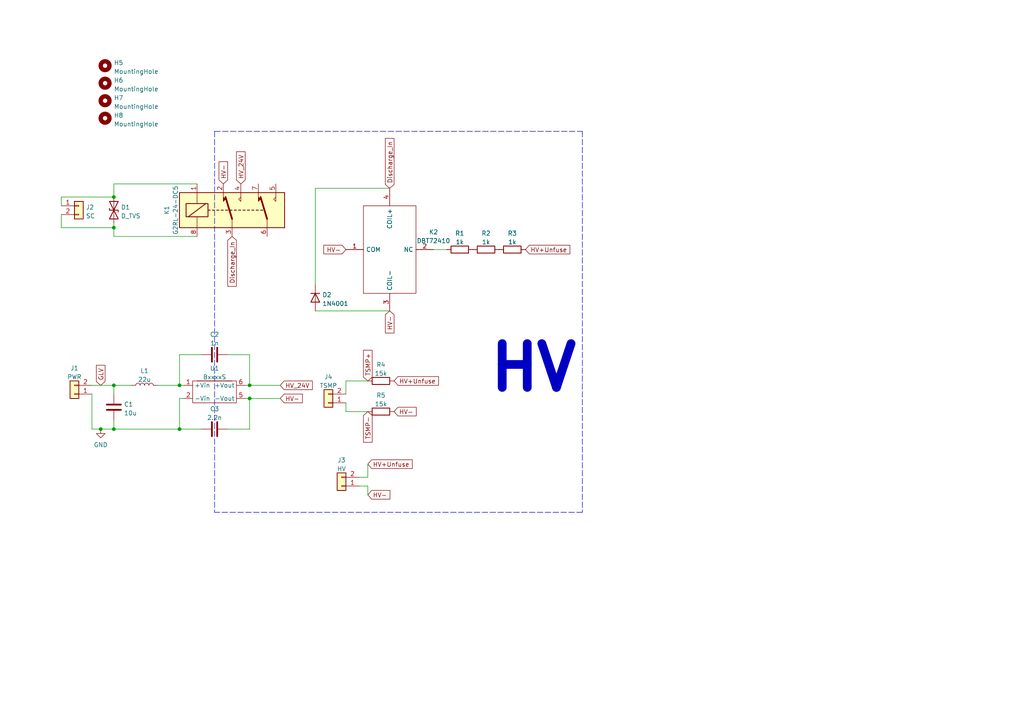
<source format=kicad_sch>
(kicad_sch (version 20211123) (generator eeschema)
  (paper "A4")
  (lib_symbols
    (symbol "Connector_Generic:Conn_01x02" (pin_names (offset 1.016) hide)
      (property "Reference" "J" (at 0 2.54 0))
      (property "Value" "Conn_01x02" (at 0 -5.08 0))
      (symbol "Conn_01x02_1_1"
        (rectangle (start -1.27 -2.413) (end 0 -2.667) (stroke (width 0.1524)))
        (rectangle (start -1.27 0.127) (end 0 -0.127) (stroke (width 0.1524)))
        (rectangle (start -1.27 1.27) (end 1.27 -3.81) (stroke (width 0.254)) (fill (type background)))
        (pin passive line (at -5.08 0 0) (length 3.81) (name "Pin_1") (number "1"))
        (pin passive line (at -5.08 -2.54 0) (length 3.81) (name "Pin_2") (number "2"))
      )
    )
    (symbol "Device:C" (pin_numbers hide) (pin_names (offset 0.254))
      (property "Reference" "C" (at 0.635 2.54 0))
      (property "Value" "C" (at 0.635 -2.54 0))
      (symbol "C_0_1"
        (polyline (pts (xy -2.032 -0.762) (xy 2.032 -0.762)) (stroke (width 0.508)))
        (polyline (pts (xy -2.032 0.762) (xy 2.032 0.762)) (stroke (width 0.508)))
      )
      (symbol "C_1_1"
        (pin passive line (at 0 3.81 270) (length 2.794) (name "~") (number "1"))
        (pin passive line (at 0 -3.81 90) (length 2.794) (name "~") (number "2"))
      )
    )
    (symbol "Device:D_TVS" (pin_numbers hide) (pin_names (offset 1.016) hide)
      (property "Reference" "D" (at 0 2.54 0))
      (property "Value" "D_TVS" (at 0 -2.54 0))
      (symbol "D_TVS_0_1"
        (polyline (pts (xy 1.27 0) (xy -1.27 0)))
        (polyline (pts (xy 0.508 1.27) (xy 0 1.27) (xy 0 -1.27) (xy -0.508 -1.27)) (stroke (width 0.254)))
        (polyline (pts (xy -2.54 1.27) (xy -2.54 -1.27) (xy 2.54 1.27) (xy 2.54 -1.27) (xy -2.54 1.27)) (stroke (width 0.254)))
      )
      (symbol "D_TVS_1_1"
        (pin passive line (at -3.81 0 0) (length 2.54) (name "A1") (number "1"))
        (pin passive line (at 3.81 0 180) (length 2.54) (name "A2") (number "2"))
      )
    )
    (symbol "Device:L" (pin_numbers hide) (pin_names (offset 1.016) hide)
      (property "Reference" "L" (at -1.27 0 90))
      (property "Value" "L" (at 1.905 0 90))
      (symbol "L_0_1"
        (arc (start 0 -2.54) (mid 0.635 -1.905) (end 0 -1.27))
        (arc (start 0 -1.27) (mid 0.635 -0.635) (end 0 0))
        (arc (start 0 0) (mid 0.635 0.635) (end 0 1.27))
        (arc (start 0 1.27) (mid 0.635 1.905) (end 0 2.54))
      )
      (symbol "L_1_1"
        (pin passive line (at 0 3.81 270) (length 1.27) (name "1") (number "1"))
        (pin passive line (at 0 -3.81 90) (length 1.27) (name "2") (number "2"))
      )
    )
    (symbol "Device:R" (pin_numbers hide) (pin_names (offset 0))
      (property "Reference" "R" (at 2.032 0 90))
      (property "Value" "R" (at 0 0 90))
      (symbol "R_0_1"
        (rectangle (start -1.016 -2.54) (end 1.016 2.54) (stroke (width 0.254)))
      )
      (symbol "R_1_1"
        (pin passive line (at 0 3.81 270) (length 1.27) (name "~") (number "1"))
        (pin passive line (at 0 -3.81 90) (length 1.27) (name "~") (number "2"))
      )
    )
    (symbol "Diode:1N4001" (pin_numbers hide) (pin_names (offset 1.016) hide)
      (property "Reference" "D" (at 0 2.54 0))
      (property "Value" "1N4001" (at 0 -2.54 0))
      (symbol "1N4001_0_1"
        (polyline (pts (xy -1.27 1.27) (xy -1.27 -1.27)) (stroke (width 0.254)))
        (polyline (pts (xy 1.27 0) (xy -1.27 0)))
        (polyline (pts (xy 1.27 1.27) (xy 1.27 -1.27) (xy -1.27 0) (xy 1.27 1.27)) (stroke (width 0.254)))
      )
      (symbol "1N4001_1_1"
        (pin passive line (at -3.81 0 0) (length 2.54) (name "K") (number "1"))
        (pin passive line (at 3.81 0 180) (length 2.54) (name "A") (number "2"))
      )
    )
    (symbol "Mechanical:MountingHole" (pin_names (offset 1.016))
      (property "Reference" "H" (at 0 5.08 0))
      (property "Value" "MountingHole" (at 0 3.175 0))
      (symbol "MountingHole_0_1"
        (circle (center 0 0) (radius 1.27) (stroke (width 1.27)))
      )
    )
    (symbol "Relay:G2RL-24-DC5"
      (property "Reference" "RL" (at 16.51 3.81 0))
      (property "Value" "G2RL-24-DC5" (at 16.51 1.27 0))
      (symbol "G2RL-24-DC5_0_1"
        (rectangle (start -15.24 5.08) (end 15.24 -5.08) (stroke (width 0.254)) (fill (type background)))
        (rectangle (start -13.335 1.905) (end -6.985 -1.905) (stroke (width 0.254)))
        (polyline (pts (xy -12.7 -1.905) (xy -7.62 1.905)) (stroke (width 0.254)))
        (polyline (pts (xy -10.16 -5.08) (xy -10.16 -1.905)))
        (polyline (pts (xy -10.16 5.08) (xy -10.16 1.905)))
        (polyline (pts (xy -6.985 0) (xy -6.35 0)) (stroke (width 0.254)))
        (polyline (pts (xy -5.715 0) (xy -5.08 0)) (stroke (width 0.254)))
        (polyline (pts (xy -4.445 0) (xy -3.81 0)) (stroke (width 0.254)))
        (polyline (pts (xy -3.175 0) (xy -2.54 0)) (stroke (width 0.254)))
        (polyline (pts (xy -1.905 0) (xy -1.27 0)) (stroke (width 0.254)))
        (polyline (pts (xy -0.635 0) (xy 0 0)) (stroke (width 0.254)))
        (polyline (pts (xy 0 -2.54) (xy -1.905 3.81)) (stroke (width 0.508)))
        (polyline (pts (xy 0 -2.54) (xy 0 -5.08)))
        (polyline (pts (xy 0.635 0) (xy 1.27 0)) (stroke (width 0.254)))
        (polyline (pts (xy 1.905 0) (xy 2.54 0)) (stroke (width 0.254)))
        (polyline (pts (xy 3.175 0) (xy 3.81 0)) (stroke (width 0.254)))
        (polyline (pts (xy 4.445 0) (xy 5.08 0)) (stroke (width 0.254)))
        (polyline (pts (xy 5.715 0) (xy 6.35 0)) (stroke (width 0.254)))
        (polyline (pts (xy 6.985 0) (xy 7.62 0)) (stroke (width 0.254)))
        (polyline (pts (xy 8.255 0) (xy 8.89 0)) (stroke (width 0.254)))
        (polyline (pts (xy 10.16 -2.54) (xy 8.255 3.81)) (stroke (width 0.508)))
        (polyline (pts (xy 10.16 -2.54) (xy 10.16 -5.08)))
        (polyline (pts (xy -2.54 5.08) (xy -2.54 2.54) (xy -1.905 3.175) (xy -2.54 3.81)) (fill (type outline)))
        (polyline (pts (xy 2.54 5.08) (xy 2.54 2.54) (xy 1.905 3.175) (xy 2.54 3.81)))
        (polyline (pts (xy 7.62 5.08) (xy 7.62 2.54) (xy 8.255 3.175) (xy 7.62 3.81)) (fill (type outline)))
        (polyline (pts (xy 12.7 5.08) (xy 12.7 2.54) (xy 12.065 3.175) (xy 12.7 3.81)))
      )
      (symbol "G2RL-24-DC5_1_1"
        (pin passive line (at -10.16 7.62 270) (length 2.54) (name "~") (number "1"))
        (pin passive line (at -2.54 7.62 270) (length 2.54) (name "~") (number "2"))
        (pin passive line (at 0 -7.62 90) (length 2.54) (name "~") (number "3"))
        (pin passive line (at 2.54 7.62 270) (length 2.54) (name "~") (number "4"))
        (pin passive line (at 12.7 7.62 270) (length 2.54) (name "~") (number "5"))
        (pin passive line (at 10.16 -7.62 90) (length 2.54) (name "~") (number "6"))
        (pin passive line (at 7.62 7.62 270) (length 2.54) (name "~") (number "7"))
        (pin passive line (at -10.16 -7.62 90) (length 2.54) (name "~") (number "8"))
      )
    )
    (symbol "SamacSys_Parts:DBT72410" (pin_names (offset 0.762))
      (property "Reference" "K2" (at 25.4 5.08 0))
      (property "Value" "DBT72410" (at 25.4 2.54 0))
      (symbol "DBT72410_0_0"
        (pin passive line (at 0 0 0) (length 5.08) (name "COM") (number "1"))
        (pin passive line (at 25.4 0 180) (length 5.08) (name "NC") (number "2"))
        (pin passive line (at 12.7 -17.78 90) (length 5.08) (name "COIL-") (number "3"))
        (pin passive line (at 12.7 17.78 270) (length 5.08) (name "COIL+") (number "4"))
      )
      (symbol "DBT72410_0_1"
        (polyline (pts (xy 5.08 12.7) (xy 20.32 12.7) (xy 20.32 -12.7) (xy 5.08 -12.7) (xy 5.08 12.7)) (stroke (width 0.1524)))
      )
    )
    (symbol "User:BxxxxS"
      (property "Reference" "U" (at 0 3.81 0))
      (property "Value" "BxxxxS" (at 0 -5.08 0))
      (symbol "BxxxxS_0_1"
        (rectangle (start -6.35 2.54) (end 6.35 -3.81) (stroke (width 0.1524)))
        (rectangle (start -5.08 2.54) (end 5.08 2.54) (stroke (width 0.1524)))
      )
      (symbol "BxxxxS_1_1"
        (pin power_in line (at -8.89 1.27 0) (length 2.54) (name "+Vin") (number "1"))
        (pin power_in line (at -8.89 -2.54 0) (length 2.54) (name "-Vin") (number "2"))
        (pin power_out line (at 8.89 -2.54 180) (length 2.54) (name "-Vout") (number "5"))
        (pin power_out line (at 8.89 1.27 180) (length 2.54) (name "+Vout") (number "6"))
      )
    )
    (symbol "power:GND" (power) (pin_names (offset 0))
      (property "Value" "GND" (at 0 -3.81 0))
      (symbol "GND_0_1"
        (polyline (pts (xy 0 0) (xy 0 -1.27) (xy 1.27 -1.27) (xy 0 -2.54) (xy -1.27 -1.27) (xy 0 -1.27)))
      )
      (symbol "GND_1_1"
        (pin power_in line (at 0 0 270) (length 0) hide (name "GND") (number "1"))
      )
    )
  )
  (junction (at 52.07 111.76))
  (junction (at 72.39 115.57))
  (junction (at 33.02 66.04))
  (junction (at 52.07 124.46))
  (junction (at 33.02 124.46))
  (junction (at 33.02 57.15))
  (junction (at 72.39 111.76))
  (junction (at 29.21 124.46))
  (junction (at 33.02 111.76))
  (wire (pts (xy 106.68 138.43) (xy 104.14 138.43)))
  (wire (pts (xy 66.04 124.46) (xy 72.39 124.46)))
  (polyline (pts (xy 168.91 148.59) (xy 62.23 148.59)))
  (wire (pts (xy 33.02 53.34) (xy 33.02 57.15)))
  (wire (pts (xy 53.34 115.57) (xy 52.07 115.57)))
  (wire (pts (xy 17.78 57.15) (xy 33.02 57.15)))
  (wire (pts (xy 91.44 54.61) (xy 113.03 54.61)))
  (wire (pts (xy 72.39 102.87) (xy 72.39 111.76)))
  (wire (pts (xy 17.78 66.04) (xy 17.78 62.23)))
  (wire (pts (xy 52.07 111.76) (xy 53.34 111.76)))
  (wire (pts (xy 57.15 53.34) (xy 33.02 53.34)))
  (wire (pts (xy 72.39 115.57) (xy 71.12 115.57)))
  (wire (pts (xy 17.78 59.69) (xy 17.78 57.15)))
  (wire (pts (xy 26.67 111.76) (xy 33.02 111.76)))
  (wire (pts (xy 33.02 111.76) (xy 38.1 111.76)))
  (wire (pts (xy 91.44 82.55) (xy 91.44 54.61)))
  (polyline (pts (xy 62.23 38.1) (xy 168.91 38.1)))
  (wire (pts (xy 91.44 90.17) (xy 113.03 90.17)))
  (polyline (pts (xy 62.23 38.1) (xy 62.23 148.59)))
  (wire (pts (xy 52.07 115.57) (xy 52.07 124.46)))
  (wire (pts (xy 58.42 102.87) (xy 52.07 102.87)))
  (wire (pts (xy 129.54 72.39) (xy 125.73 72.39)))
  (wire (pts (xy 33.02 124.46) (xy 52.07 124.46)))
  (wire (pts (xy 29.21 124.46) (xy 26.67 124.46)))
  (wire (pts (xy 33.02 66.04) (xy 17.78 66.04)))
  (polyline (pts (xy 168.91 38.1) (xy 168.91 148.59)))
  (wire (pts (xy 58.42 124.46) (xy 52.07 124.46)))
  (wire (pts (xy 106.68 134.62) (xy 106.68 138.43)))
  (wire (pts (xy 100.33 110.49) (xy 100.33 114.3)))
  (wire (pts (xy 29.21 124.46) (xy 33.02 124.46)))
  (wire (pts (xy 33.02 114.3) (xy 33.02 111.76)))
  (wire (pts (xy 106.68 143.51) (xy 106.68 140.97)))
  (wire (pts (xy 100.33 110.49) (xy 106.68 110.49)))
  (wire (pts (xy 33.02 64.77) (xy 33.02 66.04)))
  (wire (pts (xy 66.04 102.87) (xy 72.39 102.87)))
  (wire (pts (xy 104.14 140.97) (xy 106.68 140.97)))
  (wire (pts (xy 81.28 115.57) (xy 72.39 115.57)))
  (wire (pts (xy 72.39 111.76) (xy 71.12 111.76)))
  (wire (pts (xy 33.02 68.58) (xy 33.02 66.04)))
  (wire (pts (xy 81.28 111.76) (xy 72.39 111.76)))
  (wire (pts (xy 26.67 124.46) (xy 26.67 114.3)))
  (wire (pts (xy 52.07 102.87) (xy 52.07 111.76)))
  (wire (pts (xy 45.72 111.76) (xy 52.07 111.76)))
  (wire (pts (xy 33.02 124.46) (xy 33.02 121.92)))
  (wire (pts (xy 100.33 116.84) (xy 100.33 119.38)))
  (wire (pts (xy 100.33 119.38) (xy 106.68 119.38)))
  (wire (pts (xy 57.15 68.58) (xy 33.02 68.58)))
  (wire (pts (xy 72.39 124.46) (xy 72.39 115.57)))
  (text "HV" (at 140.97 114.3 0) (effects (font (size 12.7 12.7) (thickness 2.54) bold) (justify left bottom)))
  (global_label "Discharge_In" (shape input) (at 67.31 68.58 270) (property "Intersheet References" "${INTERSHEET_REFS}" (effects hide)))
  (global_label "HV-" (shape input) (at 114.3 119.38 0) (property "Intersheet References" "${INTERSHEET_REFS}" (effects hide)))
  (global_label "HV-" (shape input) (at 81.28 115.57 0) (property "Intersheet References" "${INTERSHEET_REFS}" (effects hide)))
  (global_label "Discharge_In" (shape input) (at 113.03 54.61 90) (property "Intersheet References" "${INTERSHEET_REFS}" (effects hide)))
  (global_label "HV_24V" (shape input) (at 69.85 53.34 90) (property "Intersheet References" "${INTERSHEET_REFS}" (effects hide)))
  (global_label "HV-" (shape input) (at 113.03 90.17 270) (property "Intersheet References" "${INTERSHEET_REFS}" (effects hide)))
  (global_label "HV+Unfuse" (shape input) (at 152.4 72.39 0) (property "Intersheet References" "${INTERSHEET_REFS}" (effects hide)))
  (global_label "HV-" (shape input) (at 106.68 143.51 0) (property "Intersheet References" "${INTERSHEET_REFS}" (effects hide)))
  (global_label "HV_24V" (shape input) (at 81.28 111.76 0) (property "Intersheet References" "${INTERSHEET_REFS}" (effects hide)))
  (global_label "HV-" (shape input) (at 100.33 72.39 180) (property "Intersheet References" "${INTERSHEET_REFS}" (effects hide)))
  (global_label "GLV" (shape input) (at 29.21 111.76 90) (property "Intersheet References" "${INTERSHEET_REFS}" (effects hide)))
  (global_label "TSMP-" (shape input) (at 106.68 119.38 270) (property "Intersheet References" "${INTERSHEET_REFS}" (effects hide)))
  (global_label "HV+Unfuse" (shape input) (at 106.68 134.62 0) (property "Intersheet References" "${INTERSHEET_REFS}" (effects hide)))
  (global_label "HV+Unfuse" (shape input) (at 114.3 110.49 0) (property "Intersheet References" "${INTERSHEET_REFS}" (effects hide)))
  (global_label "TSMP+" (shape input) (at 106.68 110.49 90) (property "Intersheet References" "${INTERSHEET_REFS}" (effects hide)))
  (global_label "HV-" (shape input) (at 64.77 53.34 90) (property "Intersheet References" "${INTERSHEET_REFS}" (effects hide)))
  (symbol (lib_id "Device:R") (at 140.97 72.39 90) (unit 1)
    (property "Reference" "R2" (at 140.97 67.6742 90))
    (property "Value" "1k" (at 140.97 70.2111 90))
    (property "Footprint" "Resistor_THT:R_Axial_Power_L48.0mm_W12.5mm_P60.96mm" (effects hide))
  )
  (symbol (lib_id "User:BxxxxS") (at 62.23 113.03 0) (unit 1)
    (property "Reference" "U1" (at 62.23 106.841 0))
    (property "Value" "BxxxxS" (at 62.23 109.3779 0))
    (property "Footprint" "SamacSys_Parts:RB2424S" (effects hide))
  )
  (symbol (lib_id "Device:D_TVS") (at 33.02 60.96 90) (unit 1)
    (property "Reference" "D1" (at 35.052 60.1253 90) (effects (justify right)))
    (property "Value" "D_TVS" (at 35.052 62.6622 90) (effects (justify right)))
    (property "Footprint" "Diode_THT:D_DO-15_P15.24mm_Horizontal" (effects hide))
  )
  (symbol (lib_id "Diode:1N4001") (at 91.44 86.36 270) (unit 1)
    (property "Reference" "D2" (at 93.472 85.5253 90) (effects (justify left)))
    (property "Value" "1N4001" (at 93.472 88.0622 90) (effects (justify left)))
    (property "Footprint" "Diode_THT:D_DO-41_SOD81_P10.16mm_Horizontal" (effects hide))
    (property "Datasheet" "http://www.vishay.com/docs/88503/1n4001.pdf" (effects hide))
  )
  (symbol (lib_id "power:GND") (at 29.21 124.46 0) (unit 1)
    (property "Reference" "#PWR01" (effects hide))
    (property "Value" "GND1" (at 29.21 129.0225 0))
  )
  (symbol (lib_id "Connector_Generic:Conn_01x02") (at 22.86 59.69 0) (unit 1)
    (property "Reference" "J2" (at 24.892 60.1253 0) (effects (justify left)))
    (property "Value" "SC" (at 24.892 62.6622 0) (effects (justify left)))
    (property "Footprint" "Connector_JST:JST_VH_B2P-VH-B_1x02_P3.96mm_Vertical" (effects hide))
  )
  (symbol (lib_id "Connector_Generic:Conn_01x02") (at 99.06 140.97 180) (unit 1)
    (property "Reference" "J3" (at 99.06 133.4602 0))
    (property "Value" "HV" (at 99.06 135.9971 0))
    (property "Footprint" "SamacSys_Parts:TE_1747996" (effects hide))
  )
  (symbol (lib_id "Device:R") (at 110.49 119.38 90) (unit 1)
    (property "Reference" "R5" (at 110.49 114.6642 90))
    (property "Value" "15k" (at 110.49 117.2011 90))
    (property "Footprint" "Resistor_THT:R_Axial_DIN0411_L9.9mm_D3.6mm_P20.32mm_Horizontal" (effects hide))
  )
  (symbol (lib_id "Relay:G2RL-24-DC5") (at 67.31 60.96 0) (unit 1)
    (property "Reference" "K1" (at 48.3702 60.96 90))
    (property "Value" "G2RL-24-DC5" (at 50.9071 60.96 90))
    (property "Footprint" "Relay_THT:Relay_DPDT_Omron_G2RL" (effects hide))
    (property "Datasheet" "https://omronfs.omron.com/en_US/ecb/products/pdf/en-g2rl.pdf" (effects hide))
    (property "Description" "General Purpose Relays DPDT 5VDC Class F Sealed, Hi-Capacity" (effects hide))
    (property "Height" "15.7" (effects hide))
    (property "Mouser Part Number" "653-G2RL-24-DC5" (effects hide))
    (property "Mouser Price/Stock" "https://www.mouser.co.uk/ProductDetail/Omron-Electronics/G2RL-24-DC5?qs=HDDQUw%2F3PhqJg7sIn7s%2Fiw%3D%3D" (effects hide))
    (property "Manufacturer_Name" "Omron Electronics" (effects hide))
    (property "Manufacturer_Part_Number" "G2RL-24-DC5" (effects hide))
  )
  (symbol (lib_id "Mechanical:MountingHole") (at 30.48 29.21 0) (unit 1)
    (property "Reference" "H7" (at 33.02 28.3753 0) (effects (justify left)))
    (property "Value" "MountingHole" (at 33.02 30.9122 0) (effects (justify left)))
    (property "Footprint" "MountingHole:MountingHole_4.3mm_M4" (effects hide))
  )
  (symbol (lib_id "Device:C") (at 62.23 102.87 90) (unit 1)
    (property "Reference" "C2" (at 62.23 97.0112 90))
    (property "Value" "1n" (at 62.23 99.5481 90))
    (property "Footprint" "Capacitor_THT:C_Axial_L5.1mm_D3.1mm_P15.00mm_Horizontal" (effects hide))
  )
  (symbol (lib_id "Mechanical:MountingHole") (at 30.48 34.29 0) (unit 1)
    (property "Reference" "H8" (at 33.02 33.4553 0) (effects (justify left)))
    (property "Value" "MountingHole" (at 33.02 35.9922 0) (effects (justify left)))
    (property "Footprint" "MountingHole:MountingHole_4.3mm_M4" (effects hide))
  )
  (symbol (lib_id "Connector_Generic:Conn_01x02") (at 21.59 114.3 180) (unit 1)
    (property "Reference" "J1" (at 21.59 106.7902 0))
    (property "Value" "PWR" (at 21.59 109.3271 0))
    (property "Footprint" "Connector_JST:JST_VH_B2P-VH-B_1x02_P3.96mm_Vertical" (effects hide))
  )
  (symbol (lib_id "Connector_Generic:Conn_01x02") (at 95.25 116.84 180) (unit 1)
    (property "Reference" "J4" (at 95.25 109.3302 0))
    (property "Value" "TSMP" (at 95.25 111.8671 0))
    (property "Footprint" "SamacSys_Parts:TE_1747996" (effects hide))
  )
  (symbol (lib_id "Device:L") (at 41.91 111.76 90) (unit 1)
    (property "Reference" "L1" (at 41.91 107.5522 90))
    (property "Value" "22u" (at 41.91 110.0891 90))
    (property "Footprint" "SamacSys_Parts:RLS226R" (effects hide))
  )
  (symbol (lib_id "Device:R") (at 110.49 110.49 90) (unit 1)
    (property "Reference" "R4" (at 110.49 105.7742 90))
    (property "Value" "15k" (at 110.49 108.3111 90))
    (property "Footprint" "Resistor_THT:R_Axial_DIN0411_L9.9mm_D3.6mm_P20.32mm_Horizontal" (effects hide))
  )
  (symbol (lib_id "Mechanical:MountingHole") (at 30.48 19.05 0) (unit 1)
    (property "Reference" "H5" (at 33.02 18.2153 0) (effects (justify left)))
    (property "Value" "MountingHole" (at 33.02 20.7522 0) (effects (justify left)))
    (property "Footprint" "MountingHole:MountingHole_4.3mm_M4" (effects hide))
  )
  (symbol (lib_id "Device:C") (at 62.23 124.46 90) (unit 1)
    (property "Reference" "C3" (at 62.23 118.6012 90))
    (property "Value" "2.2n" (at 62.23 121.1381 90))
    (property "Footprint" "Capacitor_THT:C_Axial_L5.1mm_D3.1mm_P15.00mm_Horizontal" (effects hide))
  )
  (symbol (lib_id "Device:R") (at 148.59 72.39 90) (unit 1)
    (property "Reference" "R3" (at 148.59 67.6742 90))
    (property "Value" "1k" (at 148.59 70.2111 90))
    (property "Footprint" "Resistor_THT:R_Axial_Power_L48.0mm_W12.5mm_P60.96mm" (effects hide))
  )
  (symbol (lib_id "SamacSys_Parts:DBT72410") (at 100.33 72.39 0) (unit 1)
    (property "Reference" "K2" (at 125.73 67.31 0))
    (property "Value" "DBT72410" (at 125.73 69.85 0))
    (property "Footprint" "SamacSys_Parts:DBT72410" (effects hide))
    (property "Datasheet" "https://www.cynergy3.com/sites/default/files/cynergy3-d-pcb-v3.pdf" (effects hide))
    (property "Description" "SPST-NC Reed Relay, 2 A, 24V dc" (effects hide))
    (property "Height" "18.5" (effects hide))
    (property "Manufacturer_Name" "Cynergy3" (effects hide))
    (property "Manufacturer_Part_Number" "DBT72410" (effects hide))
  )
  (symbol (lib_id "Device:R") (at 133.35 72.39 90) (unit 1)
    (property "Reference" "R1" (at 133.35 67.6742 90))
    (property "Value" "1k" (at 133.35 70.2111 90))
    (property "Footprint" "Resistor_THT:R_Axial_Power_L48.0mm_W12.5mm_P60.96mm" (effects hide))
  )
  (symbol (lib_id "Mechanical:MountingHole") (at 30.48 24.13 0) (unit 1)
    (property "Reference" "H6" (at 33.02 23.2953 0) (effects (justify left)))
    (property "Value" "MountingHole" (at 33.02 25.8322 0) (effects (justify left)))
    (property "Footprint" "MountingHole:MountingHole_4.3mm_M4" (effects hide))
  )
  (symbol (lib_id "Device:C") (at 33.02 118.11 0) (unit 1)
    (property "Reference" "C1" (at 35.941 117.2753 0) (effects (justify left)))
    (property "Value" "10u" (at 35.941 119.8122 0) (effects (justify left)))
    (property "Footprint" "Capacitor_SMD:C_1206_3216Metric_Pad1.33x1.80mm_HandSolder" (effects hide))
  )
)
</source>
